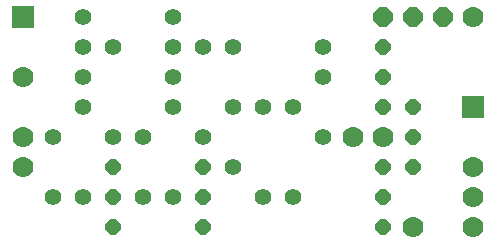
<source format=gtl>
G75*
%MOIN*%
%OFA0B0*%
%FSLAX25Y25*%
%IPPOS*%
%LPD*%
%AMOC8*
5,1,8,0,0,1.08239X$1,22.5*
%
%ADD10C,0.07000*%
%ADD11C,0.05543*%
%ADD12R,0.07500X0.07500*%
%ADD13OC8,0.06496*%
%ADD14OC8,0.05150*%
D10*
X0021000Y0031000D03*
X0021000Y0041000D03*
X0021000Y0061000D03*
X0131000Y0041000D03*
X0141000Y0041000D03*
X0171000Y0031000D03*
X0171000Y0021000D03*
X0171000Y0011000D03*
X0151000Y0011000D03*
X0171000Y0081000D03*
D11*
X0031000Y0021000D03*
X0041000Y0021000D03*
X0061000Y0021000D03*
X0071000Y0021000D03*
X0091000Y0031000D03*
X0081000Y0041000D03*
X0071000Y0051000D03*
X0061000Y0041000D03*
X0051000Y0041000D03*
X0041000Y0051000D03*
X0031000Y0041000D03*
X0041000Y0061000D03*
X0041000Y0071000D03*
X0051000Y0071000D03*
X0041000Y0081000D03*
X0071000Y0081000D03*
X0071000Y0071000D03*
X0081000Y0071000D03*
X0091000Y0071000D03*
X0071000Y0061000D03*
X0091000Y0051000D03*
X0101000Y0051000D03*
X0111000Y0051000D03*
X0121000Y0041000D03*
X0121000Y0061000D03*
X0121000Y0071000D03*
X0111000Y0021000D03*
X0101000Y0021000D03*
D12*
X0171000Y0051000D03*
X0021000Y0081000D03*
D13*
X0141000Y0081000D03*
X0151000Y0081000D03*
X0161000Y0081000D03*
D14*
X0141000Y0071000D03*
X0141000Y0061000D03*
X0141000Y0051000D03*
X0151000Y0051000D03*
X0151000Y0041000D03*
X0151000Y0031000D03*
X0141000Y0031000D03*
X0141000Y0021000D03*
X0141000Y0011000D03*
X0081000Y0011000D03*
X0081000Y0021000D03*
X0081000Y0031000D03*
X0051000Y0031000D03*
X0051000Y0021000D03*
X0051000Y0011000D03*
M02*

</source>
